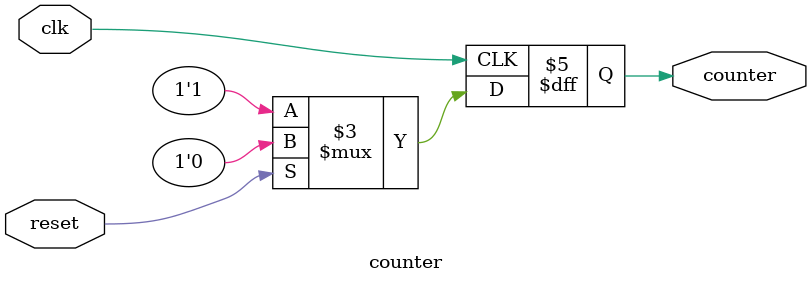
<source format=v>
`timescale 1ns / 1ps
`default_nettype none
module counter(
    input wire clk,
    input wire reset,
    output reg counter
    );
	always @(posedge clk) begin
		if (reset) begin
			counter <= 0;
		end
		else begin
			counter <= 1;
		end
	end

endmodule

</source>
